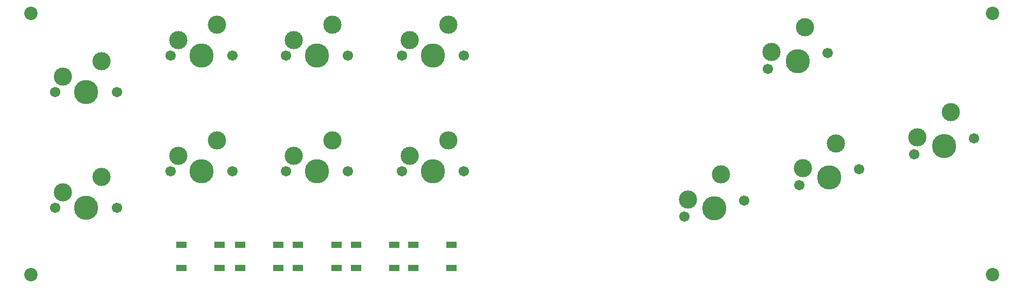
<source format=gbr>
%TF.GenerationSoftware,KiCad,Pcbnew,(6.0.1)*%
%TF.CreationDate,2023-06-03T01:29:09+02:00*%
%TF.ProjectId,cock,636f636b-2e6b-4696-9361-645f70636258,rev?*%
%TF.SameCoordinates,Original*%
%TF.FileFunction,Soldermask,Top*%
%TF.FilePolarity,Negative*%
%FSLAX46Y46*%
G04 Gerber Fmt 4.6, Leading zero omitted, Abs format (unit mm)*
G04 Created by KiCad (PCBNEW (6.0.1)) date 2023-06-03 01:29:09*
%MOMM*%
%LPD*%
G01*
G04 APERTURE LIST*
%ADD10R,1.700000X1.000000*%
%ADD11C,3.000000*%
%ADD12C,1.701800*%
%ADD13C,3.987800*%
%ADD14C,2.200000*%
G04 APERTURE END LIST*
D10*
%TO.C,SW2*%
X109372000Y-86900000D03*
X115672000Y-86900000D03*
X109372000Y-83100000D03*
X115672000Y-83100000D03*
%TD*%
%TO.C,SW3*%
X106150000Y-86900000D03*
X99850000Y-86900000D03*
X99850000Y-83100000D03*
X106150000Y-83100000D03*
%TD*%
%TO.C,SW4*%
X90322000Y-86900000D03*
X96622000Y-86900000D03*
X90322000Y-83100000D03*
X96622000Y-83100000D03*
%TD*%
D11*
%TO.C,K5*%
X61190000Y-74460000D03*
D12*
X70080000Y-77000000D03*
X59920000Y-77000000D03*
D13*
X65000000Y-77000000D03*
D11*
X67540000Y-71920000D03*
%TD*%
D13*
%TO.C,K6*%
X84000000Y-71050000D03*
D12*
X89080000Y-71050000D03*
X78920000Y-71050000D03*
D11*
X86540000Y-65970000D03*
X80190000Y-68510000D03*
%TD*%
%TO.C,K7*%
X105540000Y-65970000D03*
D13*
X103000000Y-71050000D03*
D12*
X97920000Y-71050000D03*
X108080000Y-71050000D03*
D11*
X99190000Y-68510000D03*
%TD*%
D12*
%TO.C,K8*%
X116920000Y-71050000D03*
D13*
X122000000Y-71050000D03*
D11*
X124540000Y-65970000D03*
X118190000Y-68510000D03*
D12*
X127080000Y-71050000D03*
%TD*%
D11*
%TO.C,K9*%
X124540000Y-46920000D03*
D12*
X116920000Y-52000000D03*
D11*
X118190000Y-49460000D03*
D12*
X127080000Y-52000000D03*
D13*
X122000000Y-52000000D03*
%TD*%
D12*
%TO.C,K10*%
X97920000Y-52000000D03*
D11*
X99190000Y-49460000D03*
D12*
X108080000Y-52000000D03*
D13*
X103000000Y-52000000D03*
D11*
X105540000Y-46920000D03*
%TD*%
D12*
%TO.C,K11*%
X78920000Y-52000000D03*
D11*
X80190000Y-49460000D03*
X86540000Y-46920000D03*
D13*
X84000000Y-52000000D03*
D12*
X89080000Y-52000000D03*
%TD*%
%TO.C,K12*%
X59920000Y-58000000D03*
D13*
X65000000Y-58000000D03*
D12*
X70080000Y-58000000D03*
D11*
X67540000Y-52920000D03*
X61190000Y-55460000D03*
%TD*%
D12*
%TO.C,K2*%
X163318097Y-78429801D03*
D11*
X163887422Y-75647649D03*
D12*
X173131903Y-75800199D03*
D13*
X168225000Y-77115000D03*
D11*
X169363651Y-71550696D03*
%TD*%
D13*
%TO.C,K4*%
X205975000Y-66875000D03*
D12*
X210881903Y-65560199D03*
X201068097Y-68189801D03*
D11*
X207113651Y-61310696D03*
X201637422Y-65407649D03*
%TD*%
D14*
%TO.C,REF\u002A\u002A*%
X214000000Y-45000000D03*
%TD*%
D11*
%TO.C,K1*%
X177637422Y-51407649D03*
D13*
X181975000Y-52875000D03*
D11*
X183113651Y-47310696D03*
D12*
X186881903Y-51560199D03*
X177068097Y-54189801D03*
%TD*%
D10*
%TO.C,SW1*%
X118770000Y-83100000D03*
X125070000Y-83100000D03*
X118770000Y-86900000D03*
X125070000Y-86900000D03*
%TD*%
D14*
%TO.C,REF\u002A\u002A*%
X56000000Y-45000000D03*
%TD*%
%TO.C,REF\u002A\u002A*%
X56000000Y-88000000D03*
%TD*%
D12*
%TO.C,K3*%
X192011903Y-70680199D03*
D13*
X187105000Y-71995000D03*
D11*
X182767422Y-70527649D03*
X188243651Y-66430696D03*
D12*
X182198097Y-73309801D03*
%TD*%
D14*
%TO.C,REF\u002A\u002A*%
X214000000Y-88000000D03*
%TD*%
D10*
%TO.C,SW5*%
X86970000Y-86900000D03*
X80670000Y-86900000D03*
X86970000Y-83100000D03*
X80670000Y-83100000D03*
%TD*%
M02*

</source>
